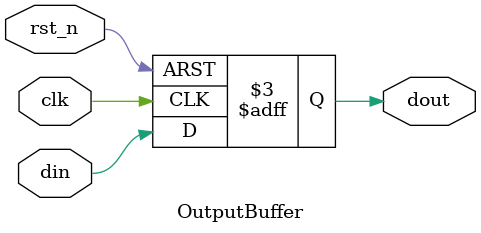
<source format=sv>
module ResetCounterWithThreshold #(
    parameter THRESHOLD = 10
) (
    input  wire        clk,
    input  wire        rst_n,
    output wire        reset_detected
);

    // 内部信号定义
    wire [3:0] counter_value;
    wire [3:0] counter_buf1_out;
    wire [3:0] counter_buf2_out;
    wire       reset_detected_core;
    
    // 计数器单元
    CounterUnit #(
        .THRESHOLD(THRESHOLD)
    ) u_counter_unit (
        .clk        (clk),
        .rst_n      (rst_n),
        .count_out  (counter_value)
    );
    
    // 第一级缓冲寄存器
    BufferReg #(
        .WIDTH  (4)
    ) u_buffer_reg1 (
        .clk        (clk),
        .rst_n      (rst_n),
        .din        (counter_value),
        .dout       (counter_buf1_out)
    );
    
    // 第二级缓冲寄存器
    BufferReg #(
        .WIDTH  (4)
    ) u_buffer_reg2 (
        .clk        (clk),
        .rst_n      (rst_n),
        .din        (counter_buf1_out),
        .dout       (counter_buf2_out)
    );
    
    // 检测单元
    ResetDetectLogic #(
        .THRESHOLD(THRESHOLD)
    ) u_reset_detect_logic (
        .clk            (clk),
        .rst_n          (rst_n),
        .counter_in     (counter_buf2_out),
        .reset_detected (reset_detected_core)
    );
    
    // 输出缓冲单元
    OutputBuffer u_output_buffer (
        .clk            (clk),
        .rst_n          (rst_n),
        .din            (reset_detected_core),
        .dout           (reset_detected)
    );

endmodule

// 子模块：计数器单元
// 功能：在复位后，每个时钟周期计数，计数值不超过THRESHOLD
module CounterUnit #(
    parameter THRESHOLD = 10
) (
    input  wire        clk,
    input  wire        rst_n,
    output reg  [3:0]  count_out
);
    always @(posedge clk or negedge rst_n) begin
        if (!rst_n)
            count_out <= 4'b0;
        else if (count_out < THRESHOLD)
            count_out <= count_out + 1'b1;
    end
endmodule

// 子模块：通用缓冲寄存器
// 功能：同步数据缓冲，用于扇出或时序平衡
module BufferReg #(
    parameter WIDTH = 4
) (
    input  wire             clk,
    input  wire             rst_n,
    input  wire [WIDTH-1:0] din,
    output reg  [WIDTH-1:0] dout
);
    always @(posedge clk or negedge rst_n) begin
        if (!rst_n)
            dout <= {WIDTH{1'b0}};
        else
            dout <= din;
    end
endmodule

// 子模块：复位检测逻辑
// 功能：检测计数达到阈值，产生复位检测信号
module ResetDetectLogic #(
    parameter THRESHOLD = 10
) (
    input  wire       clk,
    input  wire       rst_n,
    input  wire [3:0] counter_in,
    output reg        reset_detected
);
    always @(posedge clk or negedge rst_n) begin
        if (!rst_n)
            reset_detected <= 1'b0;
        else
            reset_detected <= (counter_in >= THRESHOLD);
    end
endmodule

// 子模块：输出缓冲
// 功能：对复位检测信号进行一级同步缓冲，改善时序与负载
module OutputBuffer (
    input  wire clk,
    input  wire rst_n,
    input  wire din,
    output reg  dout
);
    always @(posedge clk or negedge rst_n) begin
        if (!rst_n)
            dout <= 1'b0;
        else
            dout <= din;
    end
endmodule
</source>
